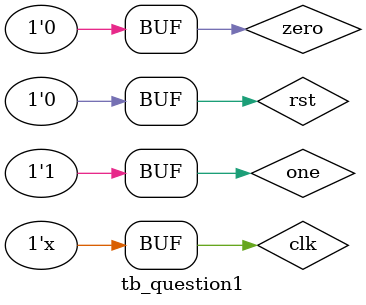
<source format=v>
`timescale 1ns / 1ps
module Question1(input zero, one, rst, clk, //zero/one are input values
					  output reg unlock, //unlock is one when the sequence is correct
					  output reg [2:0] state); //the state the FSM is currently in
	parameter s1 = 3'b000; parameter s2 = 3'b001; parameter s3 = 3'b010;
	parameter s4 = 3'b011; parameter s5 = 3'b100;

	always@ (posedge clk or posedge rst) begin
		if (rst) begin
			state <= s1;
			unlock <= 0;
		end
		else begin
			case (state)
				s1: begin if (zero) state <= s2;
							 else state <= s1;
					 end
				s2: begin if (zero) state <= s2;
							 else if (one) state <= s3;
							 else state <= s1;
					 end
				s3: begin if (zero) state <= s4;
							 else state <= s1;
					 end
				s4: begin if (zero) state <= s5;
							 else state <= s1;
					 end
				s5: begin if (zero) state <= s2;
							 else if (one) unlock <= 1; //unlock = 1 if the sequence was 01001
							 else state <= s1;
					 end
				default: state <= s1;
			endcase
		end
	end
endmodule

module tb_question1;
	reg clk, rst, zero, one;
	wire unlock;
	wire [2:0] state;
	
	Question1 test1 (.zero(zero), .one(one), .clk(clk), .rst(rst), .unlock(unlock), .state(state));
	
	initial clk = 0;
	always #5 clk = ~clk;
	
	initial begin
	rst = 1; zero = 0; one = 0;
	#7 rst = 0; zero = 1;
	#3 ;
	#10;
	#10;
	#10 zero = 0; one = 1;
	#10 zero = 1; one = 0;
	#10;
	#10 zero = 0; one = 1;
	#10 zero = 1; one = 0;
	#10 zero = 0; one = 1;
	#10 ;
	#10 ;
	end
endmodule

</source>
